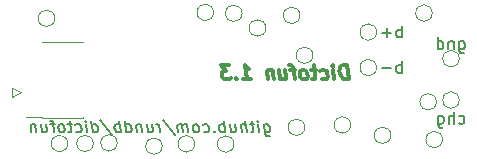
<source format=gbr>
G04 #@! TF.GenerationSoftware,KiCad,Pcbnew,6.0.9-8da3e8f707~116~ubuntu22.04.1*
G04 #@! TF.CreationDate,2022-12-14T18:32:49+01:00*
G04 #@! TF.ProjectId,nRF52832_qfaa,6e524635-3238-4333-925f-716661612e6b,rev?*
G04 #@! TF.SameCoordinates,Original*
G04 #@! TF.FileFunction,Legend,Bot*
G04 #@! TF.FilePolarity,Positive*
%FSLAX45Y45*%
G04 Gerber Fmt 4.5, Leading zero omitted, Abs format (unit mm)*
G04 Created by KiCad (PCBNEW 6.0.9-8da3e8f707~116~ubuntu22.04.1) date 2022-12-14 18:32:49*
%MOMM*%
%LPD*%
G01*
G04 APERTURE LIST*
%ADD10C,0.120000*%
%ADD11C,0.300000*%
%ADD12C,0.150000*%
G04 APERTURE END LIST*
D10*
X3180080Y-3680460D02*
X3180080Y-3604260D01*
X3180080Y-3604260D02*
X3256280Y-3642360D01*
X3256280Y-3642360D02*
X3180080Y-3680460D01*
D11*
X6029189Y-3534086D02*
X6014189Y-3414086D01*
X5985618Y-3414086D01*
X5969189Y-3419800D01*
X5959189Y-3431228D01*
X5954903Y-3442657D01*
X5952046Y-3465514D01*
X5954189Y-3482657D01*
X5962761Y-3505514D01*
X5969903Y-3516943D01*
X5982761Y-3528371D01*
X6000618Y-3534086D01*
X6029189Y-3534086D01*
X5909189Y-3534086D02*
X5899189Y-3454086D01*
X5894189Y-3414086D02*
X5900618Y-3419800D01*
X5895618Y-3425514D01*
X5889189Y-3419800D01*
X5894189Y-3414086D01*
X5895618Y-3425514D01*
X5799903Y-3528371D02*
X5812046Y-3534086D01*
X5834903Y-3534086D01*
X5845618Y-3528371D01*
X5850618Y-3522657D01*
X5854903Y-3511228D01*
X5850618Y-3476943D01*
X5843475Y-3465514D01*
X5837046Y-3459800D01*
X5824903Y-3454086D01*
X5802046Y-3454086D01*
X5791332Y-3459800D01*
X5756332Y-3454086D02*
X5710618Y-3454086D01*
X5734189Y-3414086D02*
X5747046Y-3516943D01*
X5742761Y-3528371D01*
X5732046Y-3534086D01*
X5720618Y-3534086D01*
X5663475Y-3534086D02*
X5674189Y-3528371D01*
X5679189Y-3522657D01*
X5683475Y-3511228D01*
X5679189Y-3476943D01*
X5672046Y-3465514D01*
X5665618Y-3459800D01*
X5653475Y-3454086D01*
X5636332Y-3454086D01*
X5625618Y-3459800D01*
X5620618Y-3465514D01*
X5616332Y-3476943D01*
X5620618Y-3511228D01*
X5627761Y-3522657D01*
X5634189Y-3528371D01*
X5646332Y-3534086D01*
X5663475Y-3534086D01*
X5579189Y-3454086D02*
X5533475Y-3454086D01*
X5572046Y-3534086D02*
X5559189Y-3431228D01*
X5552046Y-3419800D01*
X5539904Y-3414086D01*
X5528475Y-3414086D01*
X5442046Y-3454086D02*
X5452046Y-3534086D01*
X5493475Y-3454086D02*
X5501332Y-3516943D01*
X5497046Y-3528371D01*
X5486332Y-3534086D01*
X5469189Y-3534086D01*
X5457046Y-3528371D01*
X5450618Y-3522657D01*
X5384904Y-3454086D02*
X5394904Y-3534086D01*
X5386332Y-3465514D02*
X5379904Y-3459800D01*
X5367761Y-3454086D01*
X5350618Y-3454086D01*
X5339904Y-3459800D01*
X5335618Y-3471228D01*
X5343475Y-3534086D01*
X5132046Y-3534086D02*
X5200618Y-3534086D01*
X5166332Y-3534086D02*
X5151332Y-3414086D01*
X5164904Y-3431228D01*
X5177761Y-3442657D01*
X5189904Y-3448371D01*
X5079189Y-3522657D02*
X5074189Y-3528371D01*
X5080618Y-3534086D01*
X5085618Y-3528371D01*
X5079189Y-3522657D01*
X5080618Y-3534086D01*
X5019904Y-3414086D02*
X4945618Y-3414086D01*
X4991332Y-3459800D01*
X4974189Y-3459800D01*
X4963475Y-3465514D01*
X4958475Y-3471228D01*
X4954189Y-3482657D01*
X4957761Y-3511228D01*
X4964904Y-3522657D01*
X4971332Y-3528371D01*
X4983475Y-3534086D01*
X5017761Y-3534086D01*
X5028475Y-3528371D01*
X5033475Y-3522657D01*
D12*
X5311201Y-3915571D02*
X5321320Y-3996524D01*
X5327272Y-4006048D01*
X5332629Y-4010809D01*
X5342748Y-4015571D01*
X5357034Y-4015571D01*
X5365963Y-4010809D01*
X5318939Y-3977476D02*
X5329058Y-3982238D01*
X5348105Y-3982238D01*
X5357034Y-3977476D01*
X5361201Y-3972714D01*
X5364772Y-3963190D01*
X5361201Y-3934619D01*
X5355248Y-3925095D01*
X5349891Y-3920333D01*
X5339772Y-3915571D01*
X5320724Y-3915571D01*
X5311796Y-3920333D01*
X5271915Y-3982238D02*
X5263582Y-3915571D01*
X5259415Y-3882238D02*
X5264772Y-3887000D01*
X5260605Y-3891762D01*
X5255248Y-3887000D01*
X5259415Y-3882238D01*
X5260605Y-3891762D01*
X5230248Y-3915571D02*
X5192153Y-3915571D01*
X5211796Y-3882238D02*
X5222510Y-3967952D01*
X5218939Y-3977476D01*
X5210010Y-3982238D01*
X5200486Y-3982238D01*
X5167153Y-3982238D02*
X5154653Y-3882238D01*
X5124296Y-3982238D02*
X5117748Y-3929857D01*
X5121320Y-3920333D01*
X5130248Y-3915571D01*
X5144534Y-3915571D01*
X5154653Y-3920333D01*
X5160010Y-3925095D01*
X5025486Y-3915571D02*
X5033820Y-3982238D01*
X5068343Y-3915571D02*
X5074891Y-3967952D01*
X5071320Y-3977476D01*
X5062391Y-3982238D01*
X5048105Y-3982238D01*
X5037986Y-3977476D01*
X5032629Y-3972714D01*
X4986201Y-3982238D02*
X4973701Y-3882238D01*
X4978463Y-3920333D02*
X4968343Y-3915571D01*
X4949296Y-3915571D01*
X4940367Y-3920333D01*
X4936201Y-3925095D01*
X4932629Y-3934619D01*
X4936201Y-3963190D01*
X4942153Y-3972714D01*
X4947510Y-3977476D01*
X4957629Y-3982238D01*
X4976677Y-3982238D01*
X4985605Y-3977476D01*
X4894534Y-3972714D02*
X4890367Y-3977476D01*
X4895724Y-3982238D01*
X4899891Y-3977476D01*
X4894534Y-3972714D01*
X4895724Y-3982238D01*
X4804653Y-3977476D02*
X4814772Y-3982238D01*
X4833820Y-3982238D01*
X4842748Y-3977476D01*
X4846915Y-3972714D01*
X4850486Y-3963190D01*
X4846915Y-3934619D01*
X4840963Y-3925095D01*
X4835605Y-3920333D01*
X4825486Y-3915571D01*
X4806439Y-3915571D01*
X4797510Y-3920333D01*
X4748105Y-3982238D02*
X4757034Y-3977476D01*
X4761201Y-3972714D01*
X4764772Y-3963190D01*
X4761201Y-3934619D01*
X4755248Y-3925095D01*
X4749891Y-3920333D01*
X4739772Y-3915571D01*
X4725486Y-3915571D01*
X4716558Y-3920333D01*
X4712391Y-3925095D01*
X4708820Y-3934619D01*
X4712391Y-3963190D01*
X4718343Y-3972714D01*
X4723701Y-3977476D01*
X4733820Y-3982238D01*
X4748105Y-3982238D01*
X4671915Y-3982238D02*
X4663582Y-3915571D01*
X4664772Y-3925095D02*
X4659415Y-3920333D01*
X4649296Y-3915571D01*
X4635010Y-3915571D01*
X4626082Y-3920333D01*
X4622510Y-3929857D01*
X4629058Y-3982238D01*
X4622510Y-3929857D02*
X4616558Y-3920333D01*
X4606439Y-3915571D01*
X4592153Y-3915571D01*
X4583224Y-3920333D01*
X4579653Y-3929857D01*
X4586201Y-3982238D01*
X4454058Y-3877476D02*
X4555843Y-4006048D01*
X4433820Y-3982238D02*
X4425486Y-3915571D01*
X4427867Y-3934619D02*
X4421915Y-3925095D01*
X4416558Y-3920333D01*
X4406439Y-3915571D01*
X4396915Y-3915571D01*
X4320724Y-3915571D02*
X4329058Y-3982238D01*
X4363582Y-3915571D02*
X4370129Y-3967952D01*
X4366558Y-3977476D01*
X4357629Y-3982238D01*
X4343343Y-3982238D01*
X4333224Y-3977476D01*
X4327867Y-3972714D01*
X4273105Y-3915571D02*
X4281439Y-3982238D01*
X4274296Y-3925095D02*
X4268939Y-3920333D01*
X4258820Y-3915571D01*
X4244534Y-3915571D01*
X4235605Y-3920333D01*
X4232034Y-3929857D01*
X4238582Y-3982238D01*
X4148105Y-3982238D02*
X4135605Y-3882238D01*
X4147510Y-3977476D02*
X4157629Y-3982238D01*
X4176677Y-3982238D01*
X4185605Y-3977476D01*
X4189772Y-3972714D01*
X4193343Y-3963190D01*
X4189772Y-3934619D01*
X4183820Y-3925095D01*
X4178462Y-3920333D01*
X4168343Y-3915571D01*
X4149296Y-3915571D01*
X4140367Y-3920333D01*
X4100486Y-3982238D02*
X4087986Y-3882238D01*
X4092748Y-3920333D02*
X4082629Y-3915571D01*
X4063581Y-3915571D01*
X4054653Y-3920333D01*
X4050486Y-3925095D01*
X4046915Y-3934619D01*
X4050486Y-3963190D01*
X4056439Y-3972714D01*
X4061796Y-3977476D01*
X4071915Y-3982238D01*
X4090962Y-3982238D01*
X4099891Y-3977476D01*
X3925486Y-3877476D02*
X4027272Y-4006048D01*
X3862391Y-3982238D02*
X3849891Y-3882238D01*
X3861796Y-3977476D02*
X3871915Y-3982238D01*
X3890962Y-3982238D01*
X3899891Y-3977476D01*
X3904058Y-3972714D01*
X3907629Y-3963190D01*
X3904058Y-3934619D01*
X3898105Y-3925095D01*
X3892748Y-3920333D01*
X3882629Y-3915571D01*
X3863581Y-3915571D01*
X3854653Y-3920333D01*
X3814772Y-3982238D02*
X3806439Y-3915571D01*
X3802272Y-3882238D02*
X3807629Y-3887000D01*
X3803462Y-3891762D01*
X3798105Y-3887000D01*
X3802272Y-3882238D01*
X3803462Y-3891762D01*
X3723700Y-3977476D02*
X3733820Y-3982238D01*
X3752867Y-3982238D01*
X3761796Y-3977476D01*
X3765962Y-3972714D01*
X3769534Y-3963190D01*
X3765962Y-3934619D01*
X3760010Y-3925095D01*
X3754653Y-3920333D01*
X3744534Y-3915571D01*
X3725486Y-3915571D01*
X3716558Y-3920333D01*
X3687391Y-3915571D02*
X3649296Y-3915571D01*
X3668939Y-3882238D02*
X3679653Y-3967952D01*
X3676081Y-3977476D01*
X3667153Y-3982238D01*
X3657629Y-3982238D01*
X3610010Y-3982238D02*
X3618939Y-3977476D01*
X3623105Y-3972714D01*
X3626677Y-3963190D01*
X3623105Y-3934619D01*
X3617153Y-3925095D01*
X3611796Y-3920333D01*
X3601677Y-3915571D01*
X3587391Y-3915571D01*
X3578462Y-3920333D01*
X3574296Y-3925095D01*
X3570724Y-3934619D01*
X3574296Y-3963190D01*
X3580248Y-3972714D01*
X3585605Y-3977476D01*
X3595724Y-3982238D01*
X3610010Y-3982238D01*
X3539772Y-3915571D02*
X3501677Y-3915571D01*
X3533820Y-3982238D02*
X3523105Y-3896524D01*
X3517153Y-3887000D01*
X3507034Y-3882238D01*
X3497510Y-3882238D01*
X3425486Y-3915571D02*
X3433820Y-3982238D01*
X3468343Y-3915571D02*
X3474891Y-3967952D01*
X3471320Y-3977476D01*
X3462391Y-3982238D01*
X3448105Y-3982238D01*
X3437986Y-3977476D01*
X3432629Y-3972714D01*
X3377867Y-3915571D02*
X3386200Y-3982238D01*
X3379058Y-3925095D02*
X3373700Y-3920333D01*
X3363581Y-3915571D01*
X3349296Y-3915571D01*
X3340367Y-3920333D01*
X3336796Y-3929857D01*
X3343343Y-3982238D01*
X6479613Y-3178698D02*
X6479613Y-3078698D01*
X6479613Y-3116793D02*
X6470089Y-3112031D01*
X6451042Y-3112031D01*
X6441518Y-3116793D01*
X6436756Y-3121555D01*
X6431994Y-3131079D01*
X6431994Y-3159650D01*
X6436756Y-3169174D01*
X6441518Y-3173936D01*
X6451042Y-3178698D01*
X6470089Y-3178698D01*
X6479613Y-3173936D01*
X6389137Y-3140603D02*
X6312947Y-3140603D01*
X6351042Y-3178698D02*
X6351042Y-3102508D01*
X6962947Y-3903936D02*
X6972470Y-3908698D01*
X6991518Y-3908698D01*
X7001042Y-3903936D01*
X7005804Y-3899174D01*
X7010566Y-3889650D01*
X7010566Y-3861079D01*
X7005804Y-3851555D01*
X7001042Y-3846793D01*
X6991518Y-3842031D01*
X6972470Y-3842031D01*
X6962947Y-3846793D01*
X6920089Y-3908698D02*
X6920089Y-3808698D01*
X6877232Y-3908698D02*
X6877232Y-3856317D01*
X6881994Y-3846793D01*
X6891518Y-3842031D01*
X6905804Y-3842031D01*
X6915328Y-3846793D01*
X6920089Y-3851555D01*
X6786756Y-3842031D02*
X6786756Y-3922984D01*
X6791518Y-3932508D01*
X6796280Y-3937269D01*
X6805804Y-3942031D01*
X6820089Y-3942031D01*
X6829613Y-3937269D01*
X6786756Y-3903936D02*
X6796280Y-3908698D01*
X6815328Y-3908698D01*
X6824851Y-3903936D01*
X6829613Y-3899174D01*
X6834375Y-3889650D01*
X6834375Y-3861079D01*
X6829613Y-3851555D01*
X6824851Y-3846793D01*
X6815328Y-3842031D01*
X6796280Y-3842031D01*
X6786756Y-3846793D01*
X6965328Y-3212031D02*
X6965328Y-3292984D01*
X6970089Y-3302508D01*
X6974851Y-3307269D01*
X6984375Y-3312031D01*
X6998661Y-3312031D01*
X7008185Y-3307269D01*
X6965328Y-3273936D02*
X6974851Y-3278698D01*
X6993899Y-3278698D01*
X7003423Y-3273936D01*
X7008185Y-3269174D01*
X7012947Y-3259650D01*
X7012947Y-3231079D01*
X7008185Y-3221555D01*
X7003423Y-3216793D01*
X6993899Y-3212031D01*
X6974851Y-3212031D01*
X6965328Y-3216793D01*
X6917708Y-3212031D02*
X6917708Y-3278698D01*
X6917708Y-3221555D02*
X6912947Y-3216793D01*
X6903423Y-3212031D01*
X6889137Y-3212031D01*
X6879613Y-3216793D01*
X6874851Y-3226317D01*
X6874851Y-3278698D01*
X6784375Y-3278698D02*
X6784375Y-3178698D01*
X6784375Y-3273936D02*
X6793899Y-3278698D01*
X6812947Y-3278698D01*
X6822470Y-3273936D01*
X6827232Y-3269174D01*
X6831994Y-3259650D01*
X6831994Y-3231079D01*
X6827232Y-3221555D01*
X6822470Y-3216793D01*
X6812947Y-3212031D01*
X6793899Y-3212031D01*
X6784375Y-3216793D01*
X6479613Y-3478698D02*
X6479613Y-3378698D01*
X6479613Y-3416793D02*
X6470089Y-3412031D01*
X6451042Y-3412031D01*
X6441518Y-3416793D01*
X6436756Y-3421555D01*
X6431994Y-3431079D01*
X6431994Y-3459650D01*
X6436756Y-3469174D01*
X6441518Y-3473936D01*
X6451042Y-3478698D01*
X6470089Y-3478698D01*
X6479613Y-3473936D01*
X6389137Y-3440603D02*
X6312947Y-3440603D01*
D10*
X3429284Y-3219696D02*
X3429284Y-3213196D01*
X3782284Y-3860196D02*
X3782284Y-3853696D01*
X3296784Y-3853696D02*
X3429284Y-3853696D01*
X3429284Y-3213196D02*
X3782284Y-3213196D01*
X3429284Y-3860196D02*
X3782284Y-3860196D01*
X3782284Y-3219696D02*
X3782284Y-3213196D01*
X3429284Y-3860196D02*
X3429284Y-3853696D01*
X6266280Y-3133460D02*
G75*
G03*
X6266280Y-3133460I-70000J0D01*
G01*
X6966280Y-3708460D02*
G75*
G03*
X6966280Y-3708460I-70000J0D01*
G01*
X6966280Y-3358460D02*
G75*
G03*
X6966280Y-3358460I-70000J0D01*
G01*
X6266280Y-3433460D02*
G75*
G03*
X6266280Y-3433460I-70000J0D01*
G01*
X5127140Y-2974340D02*
G75*
G03*
X5127140Y-2974340I-70000J0D01*
G01*
X6823860Y-4043680D02*
G75*
G03*
X6823860Y-4043680I-70000J0D01*
G01*
X5726580Y-3329940D02*
G75*
G03*
X5726580Y-3329940I-70000J0D01*
G01*
X6046620Y-3919220D02*
G75*
G03*
X6046620Y-3919220I-70000J0D01*
G01*
X3867300Y-4076700D02*
G75*
G03*
X3867300Y-4076700I-70000J0D01*
G01*
X4070500Y-4071620D02*
G75*
G03*
X4070500Y-4071620I-70000J0D01*
G01*
X5058560Y-4081780D02*
G75*
G03*
X5058560Y-4081780I-70000J0D01*
G01*
X3542180Y-3017520D02*
G75*
G03*
X3542180Y-3017520I-70000J0D01*
G01*
X5327800Y-3098800D02*
G75*
G03*
X5327800Y-3098800I-70000J0D01*
G01*
X4725820Y-4079240D02*
G75*
G03*
X4725820Y-4079240I-70000J0D01*
G01*
X3651400Y-4076700D02*
G75*
G03*
X3651400Y-4076700I-70000J0D01*
G01*
X6386980Y-4008120D02*
G75*
G03*
X6386980Y-4008120I-70000J0D01*
G01*
X4451500Y-4099560D02*
G75*
G03*
X4451500Y-4099560I-70000J0D01*
G01*
X6773060Y-3723640D02*
G75*
G03*
X6773060Y-3723640I-70000J0D01*
G01*
X5617360Y-2992120D02*
G75*
G03*
X5617360Y-2992120I-70000J0D01*
G01*
X5658000Y-3939540D02*
G75*
G03*
X5658000Y-3939540I-70000J0D01*
G01*
X6737500Y-2971800D02*
G75*
G03*
X6737500Y-2971800I-70000J0D01*
G01*
X4885840Y-2966720D02*
G75*
G03*
X4885840Y-2966720I-70000J0D01*
G01*
M02*

</source>
